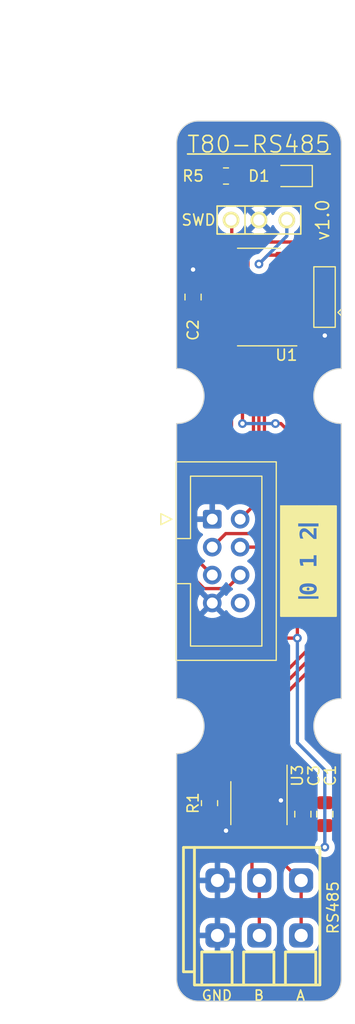
<source format=kicad_pcb>
(kicad_pcb (version 20220914) (generator pcbnew)
  (layers (0 "F.Cu" signal) (31 "B.Cu" signal) (34 "B.Paste" user) (35 "F.Paste" user) (36 "B.SilkS" user "B.Silkscreen") (37 "F.SilkS" user "F.Silkscreen") (38 "B.Mask" user) (39 "F.Mask" user) (44 "Edge.Cuts" user))
  (net 0 "")
  (net 1 "/SCL")
  (net 2 "/SDA")
  (net 3 "/RST")
  (net 4 "/IRQ")
  (net 5 "Net-(D1-A)")
  (net 6 "/RS485_B")
  (net 7 "+5V")
  (net 8 "+3V3")
  (net 9 "GND")
  (net 10 "/RS485_A")
  (net 11 "/ADDR")
  (net 12 "/RX")
  (net 13 "/TXE")
  (net 14 "/TX")
  (net 15 "/LED")
  (net 16 "/SWCLK")
  (net 17 "/SWDIO")
  (net 18 "/BOOT")
  (footprint "Capacitor_SMD:C_0805_2012Metric_Pad1.18x1.45mm_HandSolder" (layer "F.Cu") (at 122 61.25 -90)
    (fp_text reference "C2" (at 3 0 90) (layer "F.SilkS"))
    (fp_text value "100n")
    (fp_line (start -0.261252 -0.735) (end 0.261252 -0.735) (stroke (width 0.12)) (layer "F.SilkS"))
    (fp_line (start -0.261252 0.735) (end 0.261252 0.735) (stroke (width 0.12)) (layer "F.SilkS"))
    (pad "1" smd roundrect (at -1.0375 0 270) (size 1.175 1.45) (layers "F.Cu" "F.Paste" "F.Mask") (roundrect_rratio 0.212766) (net 9 "GND"))
    (pad "2" smd roundrect (at 1.0375 0 270) (size 1.175 1.45) (layers "F.Cu" "F.Paste" "F.Mask") (roundrect_rratio 0.212766) (net 8 "+3V3"))
  )
  (footprint "LED_SMD:LED_0805_2012Metric_Pad1.15x1.40mm_HandSolder" (layer "F.Cu") (at 131 50.25 180)
    (fp_text reference "D1" (at 3 0) (layer "F.SilkS"))
    (fp_text value "LED")
    (fp_line (start -1.86 -0.96) (end -1.86 0.96) (stroke (width 0.12)) (layer "F.SilkS"))
    (fp_line (start -1.86 0.96) (end 1 0.96) (stroke (width 0.12)) (layer "F.SilkS"))
    (fp_line (start 1 -0.96) (end -1.86 -0.96) (stroke (width 0.12)) (layer "F.SilkS"))
    (pad "1" smd roundrect (at -1.025 0 180) (size 1.15 1.4) (layers "F.Cu" "F.Paste" "F.Mask") (roundrect_rratio 0.217391) (net 9 "GND"))
    (pad "2" smd roundrect (at 1.025 0 180) (size 1.15 1.4) (layers "F.Cu" "F.Paste" "F.Mask") (roundrect_rratio 0.217391) (net 5 "Net-(D1-A)"))
  )
  (footprint "Package_SO:SOIC-8_3.9x4.9mm_P1.27mm" (layer "F.Cu") (at 128 107.25 -90)
    (fp_text reference "U3" (at -2.5 -3.5 90) (layer "F.SilkS"))
    (fp_text value "ST3485EBD")
    (fp_line (start 0 -2.56) (end -3.45 -2.56) (stroke (width 0.12)) (layer "F.SilkS"))
    (fp_line (start 0 -2.56) (end 1.95 -2.56) (stroke (width 0.12)) (layer "F.SilkS"))
    (fp_line (start 0 2.56) (end -1.95 2.56) (stroke (width 0.12)) (layer "F.SilkS"))
    (fp_line (start 0 2.56) (end 1.95 2.56) (stroke (width 0.12)) (layer "F.SilkS"))
    (pad "1" smd roundrect (at -2.475 -1.905 270) (size 1.95 0.6) (layers "F.Cu" "F.Paste" "F.Mask") (net 12 "/RX"))
    (pad "2" smd roundrect (at -2.475 -0.635 270) (size 1.95 0.6) (layers "F.Cu" "F.Paste" "F.Mask") (net 13 "/TXE"))
    (pad "3" smd roundrect (at -2.475 0.635 270) (size 1.95 0.6) (layers "F.Cu" "F.Paste" "F.Mask") (net 13 "/TXE"))
    (pad "4" smd roundrect (at -2.475 1.905 270) (size 1.95 0.6) (layers "F.Cu" "F.Paste" "F.Mask") (net 14 "/TX"))
    (pad "5" smd roundrect (at 2.475 1.905 270) (size 1.95 0.6) (layers "F.Cu" "F.Paste" "F.Mask") (net 9 "GND"))
    (pad "6" smd roundrect (at 2.475 0.635 270) (size 1.95 0.6) (layers "F.Cu" "F.Paste" "F.Mask") (net 10 "/RS485_A"))
    (pad "7" smd roundrect (at 2.475 -0.635 270) (size 1.95 0.6) (layers "F.Cu" "F.Paste" "F.Mask") (net 6 "/RS485_B"))
    (pad "8" smd roundrect (at 2.475 -1.905 270) (size 1.95 0.6) (layers "F.Cu" "F.Paste" "F.Mask") (net 8 "+3V3"))
  )
  (footprint "Connector_IDC:IDC-Header_2x04_P2.54mm_Vertical" (layer "F.Cu") (at 123.7475 81.44)
    (fp_text reference "X2" hide)
    (fp_text value "~")
    (fp_line (start -4.68 -0.5) (end -4.68 0.5) (stroke (width 0.12)) (layer "F.SilkS"))
    (fp_line (start -4.68 0.5) (end -3.68 0) (stroke (width 0.12)) (layer "F.SilkS"))
    (fp_line (start -3.68 0) (end -4.68 -0.5) (stroke (width 0.12)) (layer "F.SilkS"))
    (fp_line (start -3.29 -5.21) (end 5.83 -5.21) (stroke (width 0.12)) (layer "F.SilkS"))
    (fp_line (start -3.29 1.76) (end -1.98 1.76) (stroke (width 0.12)) (layer "F.SilkS"))
    (fp_line (start -3.29 12.83) (end -3.29 -5.21) (stroke (width 0.12)) (layer "F.SilkS"))
    (fp_line (start -1.98 -3.91) (end 4.52 -3.91) (stroke (width 0.12)) (layer "F.SilkS"))
    (fp_line (start -1.98 1.76) (end -1.98 -3.91) (stroke (width 0.12)) (layer "F.SilkS"))
    (fp_line (start -1.98 5.86) (end -3.29 5.86) (stroke (width 0.12)) (layer "F.SilkS"))
    (fp_line (start -1.98 5.86) (end -1.98 5.86) (stroke (width 0.12)) (layer "F.SilkS"))
    (fp_line (start -1.98 11.53) (end -1.98 5.86) (stroke (width 0.12)) (layer "F.SilkS"))
    (fp_line (start 4.52 -3.91) (end 4.52 11.53) (stroke (width 0.12)) (layer "F.SilkS"))
    (fp_line (start 4.52 11.53) (end -1.98 11.53) (stroke (width 0.12)) (layer "F.SilkS"))
    (fp_line (start 5.83 -5.21) (end 5.83 12.83) (stroke (width 0.12)) (layer "F.SilkS"))
    (fp_line (start 5.83 12.83) (end -3.29 12.83) (stroke (width 0.12)) (layer "F.SilkS"))
    (pad "1" thru_hole roundrect (at 0 0) (size 1.7 1.7) (drill 1) (layers *.Cu *.Mask) (roundrect_rratio 0.147059) (net 9 "GND"))
    (pad "2" thru_hole circle (at 2.54 0) (size 1.7 1.7) (drill 1) (layers *.Cu *.Mask) (net 1 "/SCL"))
    (pad "3" thru_hole circle (at 0 2.54) (size 1.7 1.7) (drill 1) (layers *.Cu *.Mask) (net 2 "/SDA"))
    (pad "4" thru_hole circle (at 2.54 2.54) (size 1.7 1.7) (drill 1) (layers *.Cu *.Mask) (net 8 "+3V3"))
    (pad "5" thru_hole circle (at 0 5.08) (size 1.7 1.7) (drill 1) (layers *.Cu *.Mask) (net 3 "/RST"))
    (pad "6" thru_hole circle (at 2.54 5.08) (size 1.7 1.7) (drill 1) (layers *.Cu *.Mask) (net 4 "/IRQ"))
    (pad "7" thru_hole circle (at 0 7.62) (size 1.7 1.7) (drill 1) (layers *.Cu *.Mask) (net 9 "GND"))
    (pad "8" thru_hole circle (at 2.54 7.62) (size 1.7 1.7) (drill 1) (layers *.Cu *.Mask) (net 7 "+5V"))
  )
  (footprint "Drake:DG235-3.81-03P" (layer "F.Cu") (at 124.225 114.275)
    (fp_text reference "J2" hide)
    (fp_text value "RS485" (at 10.525 2.475 90) (layer "F.SilkS"))
    (fp_line (start -3.1 -3) (end -3.099999 8.301751) (stroke (width 0.254)) (layer "F.SilkS"))
    (fp_line (start -3.1 -3) (end -2.1 -3) (stroke (width 0.254)) (layer "F.SilkS"))
    (fp_line (start -3.099999 8.301751) (end -2.1 8.301751) (stroke (width 0.254)) (layer "F.SilkS"))
    (fp_line (start -2.1 -3) (end -2.1 8.301751) (stroke (width 0.254)) (layer "F.SilkS"))
    (fp_line (start -2.1 -3) (end -2.1 9.5) (stroke (width 0.254)) (layer "F.SilkS"))
    (fp_line (start -2.1 -3) (end 9.33 -3) (stroke (width 0.254)) (layer "F.SilkS"))
    (fp_line (start -2.1 9.5) (end 9.33 9.499999) (stroke (width 0.254)) (layer "F.SilkS"))
    (fp_line (start -1.432999 9.5) (end -1.432999 6.5) (stroke (width 0.254)) (layer "F.SilkS"))
    (fp_line (start 1.329 6.5) (end -1.432999 6.5) (stroke (width 0.254)) (layer "F.SilkS"))
    (fp_line (start 1.329 9.5) (end 1.329 6.5) (stroke (width 0.254)) (layer "F.SilkS"))
    (fp_line (start 2.377 9.5) (end 2.377 6.5) (stroke (width 0.254)) (layer "F.SilkS"))
    (fp_line (start 5.139 6.5) (end 2.377 6.5) (stroke (width 0.254)) (layer "F.SilkS"))
    (fp_line (start 5.139 9.5) (end 5.139 6.5) (stroke (width 0.254)) (layer "F.SilkS"))
    (fp_line (start 6.187 9.5) (end 6.187 6.5) (stroke (width 0.254)) (layer "F.SilkS"))
    (fp_line (start 8.949 6.5) (end 6.187 6.5) (stroke (width 0.254)) (layer "F.SilkS"))
    (fp_line (start 8.949 9.5) (end 8.949 6.5) (stroke (width 0.254)) (layer "F.SilkS"))
    (fp_line (start 9.33 -3) (end 9.33 9.499999) (stroke (width 0.254)) (layer "F.SilkS"))
    (pad "1" thru_hole roundrect locked (at 0 0) (size 2.2 2.2) (drill 1.2) (layers *.Cu *.Mask) (net 9 "GND"))
    (pad "1" thru_hole roundrect locked (at 0 5) (size 2.2 2.2) (drill 1.2) (layers *.Cu *.Mask) (net 9 "GND"))
    (pad "2" thru_hole roundrect locked (at 3.81 0) (size 2.2 2.2) (drill 1.2) (layers *.Cu *.Mask) (net 10 "/RS485_A"))
    (pad "2" thru_hole roundrect locked (at 3.81 5) (size 2.2 2.2) (drill 1.2) (layers *.Cu *.Mask) (net 10 "/RS485_A"))
    (pad "3" thru_hole roundrect locked (at 7.62 0) (size 2.2 2.2) (drill 1.2) (layers *.Cu *.Mask) (net 6 "/RS485_B"))
    (pad "3" thru_hole roundrect locked (at 7.62 5) (size 2.2 2.2) (drill 1.2) (layers *.Cu *.Mask) (net 6 "/RS485_B"))
  )
  (footprint "Jumper:SolderJumper-3_P2.0mm_Open_TrianglePad1.0x1.5mm" (layer "F.Cu") (at 134 61.25 90)
    (fp_text reference "JP1" hide)
    (fp_text value "A1")
    (fp_line (start -2.75 -1) (end 2.75 -1) (stroke (width 0.12)) (layer "F.SilkS"))
    (fp_line (start -2.75 0.95) (end -2.75 -1) (stroke (width 0.12)) (layer "F.SilkS"))
    (fp_line (start -1.7 1.5) (end -1.1 1.5) (stroke (width 0.12)) (layer "F.SilkS"))
    (fp_line (start -1.4 1.2) (end -1.7 1.5) (stroke (width 0.12)) (layer "F.SilkS"))
    (fp_line (start -1.1 1.5) (end -1.4 1.2) (stroke (width 0.12)) (layer "F.SilkS"))
    (fp_line (start 2.75 -1) (end 2.75 0.95) (stroke (width 0.12)) (layer "F.SilkS"))
    (fp_line (start 2.75 0.95) (end -2.75 0.95) (stroke (width 0.12)) (layer "F.SilkS"))
    (pad "1" smd custom (at -2 0 90) (size 0.3 0.3) (layers "F.Cu" "F.Mask") (net 9 "GND") (options (clearance outline) (anchor rect)) (primitives (gr_poly (pts (xy 1 0) (xy 0.5 0.75) (xy -0.5 0.75) (xy -0.5 -0.75) (xy 0.5 -0.75)) (width 0) (fill yes))))
    (pad "2" smd custom (at 0 0 90) (size 0.3 0.3) (layers "F.Cu") (net 11 "/ADDR") (options (clearance outline) (anchor rect)) (primitives (gr_poly (pts (xy 0.7 0) (xy 1.2 0.75) (xy -1.2 0.75) (xy -0.7 0) (xy -1.2 -0.75) (xy 1.2 -0.75)) (width 0) (fill yes))))
    (pad "3" smd custom (at 2 0 270) (size 0.3 0.3) (layers "F.Cu" "F.Mask") (net 8 "+3V3") (options (clearance outline) (anchor rect)) (primitives (gr_poly (pts (xy 1 0) (xy 0.5 0.75) (xy -0.5 0.75) (xy -0.5 -0.75) (xy 0.5 -0.75)) (width 0) (fill yes))))
  )
  (footprint "Resistor_SMD:R_0805_2012Metric_Pad1.20x1.40mm_HandSolder" (layer "F.Cu") (at 125 50.25)
    (fp_text reference "R5" (at -3 0) (layer "F.SilkS"))
    (fp_text value "270R")
    (fp_line (start -0.227064 -0.735) (end 0.227064 -0.735) (stroke (width 0.12)) (layer "F.SilkS"))
    (fp_line (start -0.227064 0.735) (end 0.227064 0.735) (stroke (width 0.12)) (layer "F.SilkS"))
    (pad "1" smd roundrect (at -1 0) (size 1.2 1.4) (layers "F.Cu" "F.Paste" "F.Mask") (roundrect_rratio 0.208333) (net 15 "/LED"))
    (pad "2" smd roundrect (at 1 0) (size 1.2 1.4) (layers "F.Cu" "F.Paste" "F.Mask") (roundrect_rratio 0.208333) (net 5 "Net-(D1-A)"))
  )
  (footprint "Capacitor_SMD:C_0805_2012Metric_Pad1.18x1.45mm_HandSolder" (layer "F.Cu") (at 132 108.25 -90)
    (fp_text reference "C3" (at -3.5 -1 -270) (layer "F.SilkS"))
    (fp_text value "100n")
    (fp_line (start -0.261252 -0.735) (end 0.261252 -0.735) (stroke (width 0.12)) (layer "F.SilkS"))
    (fp_line (start -0.261252 0.735) (end 0.261252 0.735) (stroke (width 0.12)) (layer "F.SilkS"))
    (pad "1" smd roundrect (at -1.0375 0 270) (size 1.175 1.45) (layers "F.Cu" "F.Paste" "F.Mask") (roundrect_rratio 0.212766) (net 9 "GND"))
    (pad "2" smd roundrect (at 1.0375 0 270) (size 1.175 1.45) (layers "F.Cu" "F.Paste" "F.Mask") (roundrect_rratio 0.212766) (net 8 "+3V3"))
  )
  (footprint "Resistor_SMD:R_0805_2012Metric_Pad1.20x1.40mm_HandSolder" (layer "F.Cu") (at 123.5 107.25 90)
    (fp_text reference "R1" (at 0 -1.5 90) (layer "F.SilkS"))
    (fp_text value "120R")
    (fp_line (start -0.227064 -0.735) (end 0.227064 -0.735) (stroke (width 0.12)) (layer "F.SilkS"))
    (fp_line (start -0.227064 0.735) (end 0.227064 0.735) (stroke (width 0.12)) (layer "F.SilkS"))
    (pad "1" smd roundrect (at -1 0 90) (size 1.2 1.4) (layers "F.Cu" "F.Paste" "F.Mask") (roundrect_rratio 0.208333) (net 10 "/RS485_A"))
    (pad "2" smd roundrect (at 1 0 90) (size 1.2 1.4) (layers "F.Cu" "F.Paste" "F.Mask") (roundrect_rratio 0.208333) (net 6 "/RS485_B"))
  )
  (footprint "Package_SO:SOIC-14_3.9x8.7mm_P1.27mm" (layer "F.Cu") (at 128 61.25 180)
    (fp_text reference "U1" (at -2.5 -5.28) (layer "F.SilkS"))
    (fp_text value "ATSAMD09C13A-SS")
    (fp_line (start 0 -4.435) (end -3.45 -4.435) (stroke (width 0.12)) (layer "F.SilkS"))
    (fp_line (start 0 -4.435) (end 1.95 -4.435) (stroke (width 0.12)) (layer "F.SilkS"))
    (fp_line (start 0 4.435) (end -1.95 4.435) (stroke (width 0.12)) (layer "F.SilkS"))
    (fp_line (start 0 4.435) (end 1.95 4.435) (stroke (width 0.12)) (layer "F.SilkS"))
    (pad "1" smd roundrect (at -2.475 -3.81 180) (size 1.95 0.6) (layers "F.Cu" "F.Paste" "F.Mask") (net 12 "/RX"))
    (pad "2" smd roundrect (at -2.475 -2.54 180) (size 1.95 0.6) (layers "F.Cu" "F.Paste" "F.Mask") (net 13 "/TXE"))
    (pad "3" smd roundrect (at -2.475 -1.27 180) (size 1.95 0.6) (layers "F.Cu" "F.Paste" "F.Mask") (net 11 "/ADDR"))
    (pad "4" smd roundrect (at -2.475 0 180) (size 1.95 0.6) (layers "F.Cu" "F.Paste" "F.Mask") (net 2 "/SDA"))
    (pad "5" smd roundrect (at -2.475 1.27 180) (size 1.95 0.6) (layers "F.Cu" "F.Paste" "F.Mask") (net 1 "/SCL"))
    (pad "6" smd roundrect (at -2.475 2.54 180) (size 1.95 0.6) (layers "F.Cu" "F.Paste" "F.Mask") (net 3 "/RST"))
    (pad "7" smd roundrect (at -2.475 3.81 180) (size 1.95 0.6) (layers "F.Cu" "F.Paste" "F.Mask") (net 16 "/SWCLK"))
    (pad "8" smd roundrect (at 2.475 3.81 180) (size 1.95 0.6) (layers "F.Cu" "F.Paste" "F.Mask") (net 17 "/SWDIO"))
    (pad "9" smd roundrect (at 2.475 2.54 180) (size 1.95 0.6) (layers "F.Cu" "F.Paste" "F.Mask") (net 15 "/LED"))
    (pad "10" smd roundrect (at 2.475 1.27 180) (size 1.95 0.6) (layers "F.Cu" "F.Paste" "F.Mask") (net 18 "/BOOT"))
    (pad "11" smd roundrect (at 2.475 0 180) (size 1.95 0.6) (layers "F.Cu" "F.Paste" "F.Mask") (net 9 "GND"))
    (pad "12" smd roundrect (at 2.475 -1.27 180) (size 1.95 0.6) (layers "F.Cu" "F.Paste" "F.Mask") (net 8 "+3V3"))
    (pad "13" smd roundrect (at 2.475 -2.54 180) (size 1.95 0.6) (layers "F.Cu" "F.Paste" "F.Mask") (net 4 "/IRQ"))
    (pad "14" smd roundrect (at 2.475 -3.81 180) (size 1.95 0.6) (layers "F.Cu" "F.Paste" "F.Mask") (net 14 "/TX"))
  )
  (footprint "Capacitor_SMD:C_0805_2012Metric_Pad1.18x1.45mm_HandSolder" (layer "F.Cu") (at 134 108.25 -90)
    (fp_text reference "C1" (at -3.5 -0.5 -270) (layer "F.SilkS"))
    (fp_text value "1u")
    (fp_line (start -0.261252 -0.735) (end 0.261252 -0.735) (stroke (width 0.12)) (layer "F.SilkS"))
    (fp_line (start -0.261252 0.735) (end 0.261252 0.735) (stroke (width 0.12)) (layer "F.SilkS"))
    (pad "1" smd roundrect (at -1.0375 0 270) (size 1.175 1.45) (layers "F.Cu" "F.Paste" "F.Mask") (roundrect_rratio 0.212766) (net 9 "GND"))
    (pad "2" smd roundrect (at 1.0375 0 270) (size 1.175 1.45) (layers "F.Cu" "F.Paste" "F.Mask") (roundrect_rratio 0.212766) (net 8 "+3V3"))
  )
  (footprint "Drake:SWD" (layer "F.Cu") (at 128 54.25)
    (fp_text reference "X1" hide)
    (fp_text value "SWD" (at -5.5 0) (layer "F.SilkS"))
    (fp_line (start -3.81 -1.27) (end 3.81 -1.27) (stroke (width 0.15)) (layer "F.SilkS"))
    (fp_line (start -3.81 1.27) (end -3.81 -1.27) (stroke (width 0.15)) (layer "F.SilkS"))
    (fp_line (start -1.27 -1.27) (end -1.27 1.27) (stroke (width 0.15)) (layer "F.SilkS"))
    (fp_line (start 3.81 -1.27) (end 3.81 1.27) (stroke (width 0.15)) (layer "F.SilkS"))
    (fp_line (start 3.81 1.27) (end -3.81 1.27) (stroke (width 0.15)) (layer "F.SilkS"))
    (pad "1" thru_hole circle (at -2.54 0) (size 1.524 1.524) (drill 1.016) (layers *.Cu *.Mask "F.SilkS") (net 17 "/SWDIO"))
    (pad "2" thru_hole circle (at 0 0) (size 1.524 1.524) (drill 1.016) (layers *.Cu *.Mask "F.SilkS") (net 9 "GND"))
    (pad "3" thru_hole circle (at 2.54 0) (size 1.524 1.524) (drill 1.016) (layers *.Cu *.Mask "F.SilkS") (net 16 "/SWCLK"))
  )
  (gr_line (start 134.5 48.25) (end 121.5 48.25) (stroke (width 0.15)) (layer "F.SilkS"))
  (gr_rect (start 131.5 81.75) (end 133.5 80.25) (stroke (width 0.15)) (fill solid) (layer "F.SilkS"))
  (gr_rect (start 133.5 90.25) (end 135.0254 80.25) (stroke (width 0.15)) (fill solid) (layer "F.SilkS"))
  (gr_rect (start 130 90.25) (end 131.5 80.25) (stroke (width 0.15)) (fill solid) (layer "F.SilkS"))
  (gr_rect (start 131.5 90.25) (end 133.5 88.75) (stroke (width 0.15)) (fill solid) (layer "F.SilkS"))
  (gr_line (start 120.5 102.75) (end 120.5 123.25) (stroke (width 0.1)) (layer "Edge.Cuts"))
  (gr_arc (start 120.5 47.25) (mid 121.085786 45.835786) (end 122.5 45.25) (stroke (width 0.1)) (layer "Edge.Cuts"))
  (gr_arc (start 135.5 72.75) (mid 133 70.25) (end 135.5 67.75) (stroke (width 0.1)) (layer "Edge.Cuts"))
  (gr_arc (start 133.5 45.25) (mid 134.914214 45.835786) (end 135.5 47.25) (stroke (width 0.1)) (layer "Edge.Cuts"))
  (gr_line (start 120.5 47.25) (end 120.5 67.75) (stroke (width 0.1)) (layer "Edge.Cuts"))
  (gr_arc (start 135.5 123.25) (mid 134.914214 124.664214) (end 133.5 125.25) (stroke (width 0.1)) (layer "Edge.Cuts"))
  (gr_line (start 135.5 72.75) (end 135.5 97.75) (stroke (width 0.1)) (layer "Edge.Cuts"))
  (gr_line (start 122.5 125.25) (end 133.5 125.25) (stroke (width 0.1)) (layer "Edge.Cuts"))
  (gr_line (start 122.5 45.25) (end 133.5 45.25) (stroke (width 0.1)) (layer "Edge.Cuts"))
  (gr_arc (start 120.5 67.75) (mid 123 70.25) (end 120.5 72.75) (stroke (width 0.1)) (layer "Edge.Cuts"))
  (gr_line (start 120.5 72.75) (end 120.5 97.75) (stroke (width 0.1)) (layer "Edge.Cuts"))
  (gr_line (start 135.5 102.75) (end 135.5 123.25) (stroke (width 0.1)) (layer "Edge.Cuts"))
  (gr_line (start 135.5 47.25) (end 135.5 67.75) (stroke (width 0.1)) (layer "Edge.Cuts"))
  (gr_arc (start 120.5 97.75) (mid 123 100.25) (end 120.5 102.75) (stroke (width 0.1)) (layer "Edge.Cuts"))
  (gr_arc (start 122.5 125.25) (mid 121.085786 124.664214) (end 120.5 123.25) (stroke (width 0.1)) (layer "Edge.Cuts"))
  (gr_arc (start 135.5 102.75) (mid 133 100.25) (end 135.5 97.75) (stroke (width 0.1)) (layer "Edge.Cuts"))
  (gr_text "0 1 2" (at 133.5 85.25 90) (layer "F.SilkS" knockout) (effects (font (size 1.5 1.5) (thickness 0.2) bold) (justify bottom)))
  (gr_text "A" (at 131.793 125.25) (layer "F.SilkS") (effects (font (size 0.9 0.9)) (justify bottom)))
  (gr_text "v1.0" (at 134.5 54.25 90) (layer "F.SilkS") (effects (font (size 1.2 1.2)) (justify bottom)))
  (gr_text "GND" (at 124.173 125.25) (layer "F.SilkS") (effects (font (size 0.9 0.9)) (justify bottom)))
  (gr_text "B" (at 128 125.25) (layer "F.SilkS") (effects (font (size 0.9 0.9)) (justify bottom)))
  (gr_text "T80-RS485" (at 128 48.25) (layer "F.SilkS") (effects (font (size 1.5 1.5)) (justify bottom)))
  (segment (start 129.77 59.98) (end 128 61.75) (width 0.3) (layer "F.Cu") (net 1))
  (segment (start 128 79.7275) (end 126.2875 81.44) (width 0.3) (layer "F.Cu") (net 1))
  (segment (start 130.475 59.98) (end 129.77 59.98) (width 0.3) (layer "F.Cu") (net 1))
  (segment (start 128 61.75) (end 128 79.7275) (width 0.3) (layer "F.Cu") (net 1))
  (segment (start 124.9775 82.75) (end 123.7475 83.98) (width 0.3) (layer "F.Cu") (net 2))
  (segment (start 130.475 61.25) (end 129.5 61.25) (width 0.3) (layer "F.Cu") (net 2))
  (segment (start 128.5 62.25) (end 128.5 81.75) (width 0.3) (layer "F.Cu") (net 2))
  (segment (start 128.5 81.75) (end 127.5 82.75) (width 0.3) (layer "F.Cu") (net 2))
  (segment (start 127.5 82.75) (end 124.9775 82.75) (width 0.3) (layer "F.Cu") (net 2))
  (segment (start 129.5 61.25) (end 128.5 62.25) (width 0.3) (layer "F.Cu") (net 2))
  (segment (start 129.54 58.71) (end 127.5 60.75) (width 0.3) (layer "F.Cu") (net 3))
  (segment (start 122 80.25) (end 122 84.7725) (width 0.3) (layer "F.Cu") (net 3))
  (segment (start 130.475 58.71) (end 129.54 58.71) (width 0.3) (layer "F.Cu") (net 3))
  (segment (start 127.5 60.75) (end 127.5 74.75) (width 0.3) (layer "F.Cu") (net 3))
  (segment (start 122 84.7725) (end 123.7475 86.52) (width 0.3) (layer "F.Cu") (net 3))
  (segment (start 127.5 74.75) (end 122 80.25) (width 0.3) (layer "F.Cu") (net 3))
  (segment (start 125.5 75.75) (end 121.5 79.75) (width 0.3) (layer "F.Cu") (net 4))
  (segment (start 124 66.75) (end 125.5 68.25) (width 0.3) (layer "F.Cu") (net 4))
  (segment (start 124.46 63.79) (end 124 64.25) (width 0.3) (layer "F.Cu") (net 4))
  (segment (start 125.0575 87.75) (end 126.2875 86.52) (width 0.3) (layer "F.Cu") (net 4))
  (segment (start 125.5 68.25) (end 125.5 75.75) (width 0.3) (layer "F.Cu") (net 4))
  (segment (start 125.525 63.79) (end 124.46 63.79) (width 0.3) (layer "F.Cu") (net 4))
  (segment (start 121.5 86.25) (end 123 87.75) (width 0.3) (layer "F.Cu") (net 4))
  (segment (start 121.5 79.75) (end 121.5 86.25) (width 0.3) (layer "F.Cu") (net 4))
  (segment (start 124 64.25) (end 124 66.75) (width 0.3) (layer "F.Cu") (net 4))
  (segment (start 123 87.75) (end 125.0575 87.75) (width 0.3) (layer "F.Cu") (net 4))
  (segment (start 126 50.25) (end 129.975 50.25) (width 0.3) (layer "F.Cu") (net 5))
  (segment (start 127.5 106.75) (end 125.5 106.75) (width 0.3) (layer "F.Cu") (net 6))
  (segment (start 125.5 106.75) (end 125 106.25) (width 0.3) (layer "F.Cu") (net 6))
  (segment (start 131.775 114.275) (end 131.845 114.275) (width 0.3) (layer "F.Cu") (net 6))
  (segment (start 131.845 114.275) (end 131.845 119.275) (width 0.3) (layer "F.Cu") (net 6))
  (segment (start 128.635 109.725) (end 128.635 107.885) (width 0.3) (layer "F.Cu") (net 6))
  (segment (start 128.635 111.135) (end 131.775 114.275) (width 0.3) (layer "F.Cu") (net 6))
  (segment (start 128.635 109.725) (end 128.635 111.135) (width 0.3) (layer "F.Cu") (net 6))
  (segment (start 125 106.25) (end 123.5 106.25) (width 0.3) (layer "F.Cu") (net 6))
  (segment (start 128.635 107.885) (end 127.5 106.75) (width 0.3) (layer "F.Cu") (net 6))
  (segment (start 134 57.75) (end 132.5 56.25) (width 0.3) (layer "F.Cu") (net 8))
  (segment (start 134 109.2875) (end 134 111.25) (width 0.3) (layer "F.Cu") (net 8))
  (segment (start 131.5 92.25) (end 131.5 86.25) (width 0.3) (layer "F.Cu") (net 8))
  (segment (start 127 57.75) (end 127 62.25) (width 0.3) (layer "F.Cu") (net 8))
  (segment (start 122 62.2875) (end 122 65.75) (width 0.3) (layer "F.Cu") (net 8))
  (segment (start 121 89.25) (end 124 92.25) (width 0.3) (layer "F.Cu") (net 8))
  (segment (start 132 109.2875) (end 134 109.2875) (width 0.3) (layer "F.Cu") (net 8))
  (segment (start 129.905 109.725) (end 131.5625 109.725) (width 0.3) (layer "F.Cu") (net 8))
  (segment (start 129.23 83.98) (end 126.2875 83.98) (width 0.3) (layer "F.Cu") (net 8))
  (segment (start 128.5 56.25) (end 127 57.75) (width 0.3) (layer "F.Cu") (net 8))
  (segment (start 134 59.25) (end 134 57.75) (width 0.3) (layer "F.Cu") (net 8))
  (segment (start 132.5 56.25) (end 128.5 56.25) (width 0.3) (layer "F.Cu") (net 8))
  (segment (start 131.5625 109.725) (end 132 109.2875) (width 0.3) (layer "F.Cu") (net 8))
  (segment (start 122 65.75) (end 125 68.75) (width 0.3) (layer "F.Cu") (net 8))
  (segment (start 126.73 62.52) (end 125.525 62.52) (width 0.3) (layer "F.Cu") (net 8))
  (segment (start 124 92.25) (end 131.5 92.25) (width 0.3) (layer "F.Cu") (net 8))
  (segment (start 122 62.2875) (end 122.2325 62.52) (width 0.3) (layer "F.Cu") (net 8))
  (segment (start 127 62.25) (end 126.73 62.52) (width 0.3) (layer "F.Cu") (net 8))
  (segment (start 122.2325 62.52) (end 125.525 62.52) (width 0.3) (layer "F.Cu") (net 8))
  (segment (start 125 68.75) (end 125 75.25) (width 0.3) (layer "F.Cu") (net 8))
  (segment (start 131.5 86.25) (end 129.23 83.98) (width 0.3) (layer "F.Cu") (net 8))
  (segment (start 121 79.25) (end 121 89.25) (width 0.3) (layer "F.Cu") (net 8))
  (segment (start 125 75.25) (end 121 79.25) (width 0.3) (layer "F.Cu") (net 8))
  (via (at 131.5 92.25) (size 0.8) (drill 0.4) (layers "F.Cu" "B.Cu") (net 8))
  (via (at 134 111.25) (size 0.8) (drill 0.4) (layers "F.Cu" "B.Cu") (net 8))
  (segment (start 134 111.25) (end 134 104.25) (width 0.3) (layer "B.Cu") (net 8))
  (segment (start 134 104.25) (end 131.5 101.75) (width 0.3) (layer "B.Cu") (net 8))
  (segment (start 131.5 101.75) (end 131.5 92.25) (width 0.3) (layer "B.Cu") (net 8))
  (segment (start 134 107.2125) (end 132 107.2125) (width 0.3) (layer "F.Cu") (net 9))
  (segment (start 126.095 109.725) (end 125.025 109.725) (width 0.3) (layer "F.Cu") (net 9))
  (segment (start 122 60.2125) (end 122 58.75) (width 0.3) (layer "F.Cu") (net 9))
  (segment (start 125.525 61.25) (end 123.0375 61.25) (width 0.3) (layer "F.Cu") (net 9))
  (segment (start 128 54.25) (end 132 50.25) (width 0.3) (layer "F.Cu") (net 9))
  (segment (start 132 107.2125) (end 130.2125 107.2125) (width 0.3) (layer "F.Cu") (net 9))
  (segment (start 123.0375 61.25) (end 122 60.2125) (width 0.3) (layer "F.Cu") (net 9))
  (segment (start 130.2125 107.2125) (end 130 107) (width 0.3) (layer "F.Cu") (net 9))
  (segment (start 132 50.25) (end 132.025 50.25) (width 0.3) (layer "F.Cu") (net 9))
  (segment (start 134 63.25) (end 134 64.75) (width 0.3) (layer "F.Cu") (net 9))
  (segment (start 125.025 109.725) (end 125 109.75) (width 0.3) (layer "F.Cu") (net 9))
  (via (at 130 107) (size 0.8) (drill 0.4) (layers "F.Cu" "B.Cu") (net 9))
  (via (at 125 109.75) (size 0.8) (drill 0.4) (layers "F.Cu" "B.Cu") (net 9))
  (via (at 122 58.75) (size 0.8) (drill 0.4) (layers "F.Cu" "B.Cu") (net 9))
  (via (at 134 64.75) (size 0.8) (drill 0.4) (layers "F.Cu" "B.Cu") (net 9))
  (segment (start 127.365 109.725) (end 127.365 113.605) (width 0.3) (layer "F.Cu") (net 10))
  (segment (start 127.365 113.605) (end 128.035 114.275) (width 0.3) (layer "F.Cu") (net 10))
  (segment (start 125.5 107.75) (end 127 107.75) (width 0.3) (layer "F.Cu") (net 10))
  (segment (start 127.365 108.115) (end 127 107.75) (width 0.3) (layer "F.Cu") (net 10))
  (segment (start 128.035 114.275) (end 128.035 119.275) (width 0.3) (layer "F.Cu") (net 10))
  (segment (start 127.365 109.725) (end 127.365 108.115) (width 0.3) (layer "F.Cu") (net 10))
  (segment (start 123.5 108.25) (end 125 108.25) (width 0.3) (layer "F.Cu") (net 10))
  (segment (start 125 108.25) (end 125.5 107.75) (width 0.3) (layer "F.Cu") (net 10))
  (segment (start 130.475 62.52) (end 131.73 62.52) (width 0.3) (layer "F.Cu") (net 11))
  (segment (start 133 61.25) (end 134 61.25) (width 0.3) (layer "F.Cu") (net 11))
  (segment (start 131.73 62.52) (end 133 61.25) (width 0.3) (layer "F.Cu") (net 11))
  (segment (start 130.475 71.225) (end 130.475 65.06) (width 0.3) (layer "F.Cu") (net 12))
  (segment (start 134.5 93.25) (end 134.5 75.25) (width 0.3) (layer "F.Cu") (net 12))
  (segment (start 129.905 97.845) (end 134.5 93.25) (width 0.3) (layer "F.Cu") (net 12))
  (segment (start 134.5 75.25) (end 130.475 71.225) (width 0.3) (layer "F.Cu") (net 12))
  (segment (start 129.905 104.775) (end 129.905 97.845) (width 0.3) (layer "F.Cu") (net 12))
  (segment (start 134 92.75) (end 134 75.75) (width 0.3) (layer "F.Cu") (net 13))
  (segment (start 128.635 98.115) (end 134 92.75) (width 0.3) (layer "F.Cu") (net 13))
  (segment (start 128.635 104.775) (end 128.635 98.115) (width 0.3) (layer "F.Cu") (net 13))
  (segment (start 129.46 63.79) (end 130.475 63.79) (width 0.3) (layer "F.Cu") (net 13))
  (segment (start 129 70.75) (end 129 64.25) (width 0.3) (layer "F.Cu") (net 13))
  (segment (start 129 64.25) (end 129.46 63.79) (width 0.3) (layer "F.Cu") (net 13))
  (segment (start 134 75.75) (end 129 70.75) (width 0.3) (layer "F.Cu") (net 13))
  (segment (start 127.365 104.775) (end 128.635 104.775) (width 0.3) (layer "F.Cu") (net 13))
  (segment (start 130 72.75) (end 129.5 72.75) (width 0.3) (layer "F.Cu") (net 14))
  (segment (start 125.5 65.085) (end 125.525 65.06) (width 0.3) (layer "F.Cu") (net 14))
  (segment (start 133.5 76.25) (end 130 72.75) (width 0.3) (layer "F.Cu") (net 14))
  (segment (start 126.095 99.655) (end 133.5 92.25) (width 0.3) (layer "F.Cu") (net 14))
  (segment (start 133.5 92.25) (end 133.5 76.25) (width 0.3) (layer "F.Cu") (net 14))
  (segment (start 125.5 66.25) (end 125.5 65.085) (width 0.3) (layer "F.Cu") (net 14))
  (segment (start 126.5 72.75) (end 126.5 67.25) (width 0.3) (layer "F.Cu") (net 14))
  (segment (start 126.5 67.25) (end 125.5 66.25) (width 0.3) (layer "F.Cu") (net 14))
  (segment (start 126.095 104.775) (end 126.095 99.655) (width 0.3) (layer "F.Cu") (net 14))
  (via (at 129.5 72.75) (size 0.8) (drill 0.4) (layers "F.Cu" "B.Cu") (net 14))
  (via (at 126.5 72.75) (size 0.8) (drill 0.4) (layers "F.Cu" "B.Cu") (net 14))
  (segment (start 129.5 72.75) (end 126.5 72.75) (width 0.3) (layer "B.Cu") (net 14))
  (segment (start 125.525 58.71) (end 124.46 58.71) (width 0.3) (layer "F.Cu") (net 15))
  (segment (start 123 51.25) (end 124 50.25) (width 0.3) (layer "F.Cu") (net 15))
  (segment (start 124.46 58.71) (end 123 57.25) (width 0.3) (layer "F.Cu") (net 15))
  (segment (start 123 57.25) (end 123 51.25) (width 0.3) (layer "F.Cu") (net 15))
  (segment (start 128.81 57.44) (end 128 58.25) (width 0.3) (layer "F.Cu") (net 16))
  (segment (start 130.475 57.44) (end 128.81 57.44) (width 0.3) (layer "F.Cu") (net 16))
  (via (at 128 58.25) (size 0.8) (drill 0.4) (layers "F.Cu" "B.Cu") (net 16))
  (segment (start 130.54 55.71) (end 130.54 54.25) (width 0.3) (layer "B.Cu") (net 16))
  (segment (start 128 58.25) (end 130.54 55.71) (width 0.3) (layer "B.Cu") (net 16))
  (segment (start 125.525 54.315) (end 125.46 54.25) (width 0.3) (layer "F.Cu") (net 17))
  (segment (start 125.525 57.44) (end 125.525 54.315) (width 0.3) (layer "F.Cu") (net 17))
  (zone (net 9) (net_name "GND") (layer "B.Cu") (connect_pads (clearance 0.508)) (min_thickness 0.254) (fill yes (thermal_gap 0.508) (thermal_bridge_width 0.508) (island_removal_mode 2) (island_area_min 10))
    (polygon (pts (xy 135.5 125.25) (xy 120.5 125.25) (xy 120.5 45.25) (xy 135.5 45.25)))
  )
)
</source>
